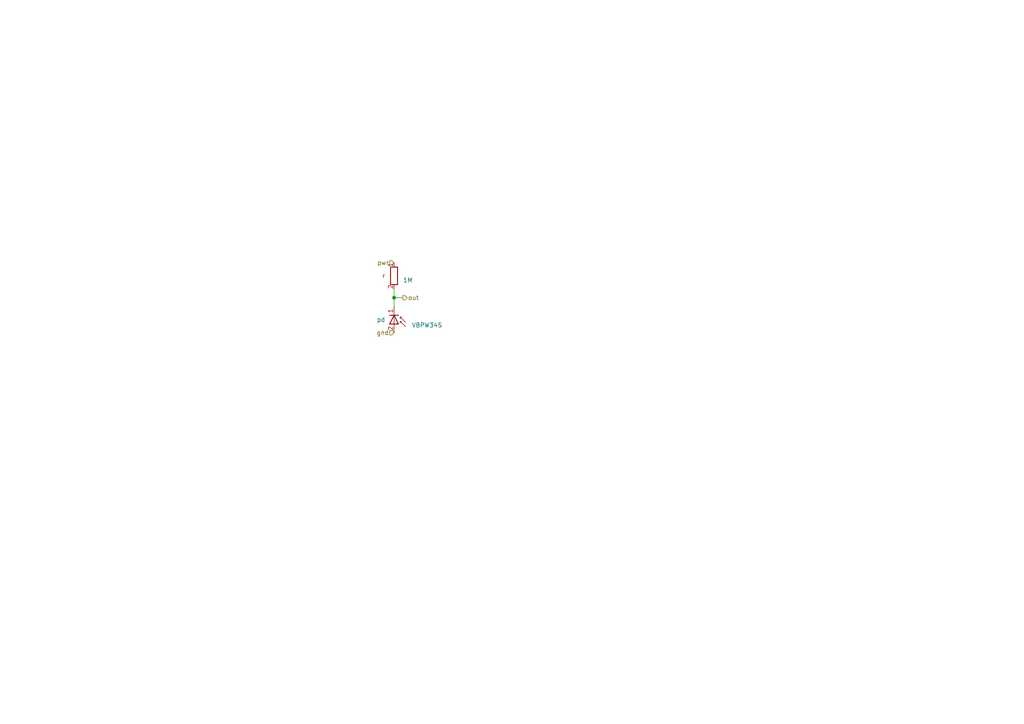
<source format=kicad_sch>
(kicad_sch (version 20230121) (generator eeschema)
  (paper "A4")
  (lib_symbols
    (symbol "Device:D_Photo" (pin_names hide)
      (property "Reference" "D" (at 0.508 1.778 0))
      (property "Value" "D_Photo" (at -1.016 -2.794 0))
      (symbol "D_Photo_0_1"
        (polyline (pts (xy -2.54 1.27) (xy -2.54 -1.27)) (stroke (width 0.254)))
        (polyline (pts (xy -2.032 1.778) (xy -1.524 1.778)))
        (polyline (pts (xy 0 0) (xy -2.54 0)))
        (polyline (pts (xy -0.508 3.302) (xy -2.032 1.778) (xy -2.032 2.286)))
        (polyline (pts (xy 0 -1.27) (xy 0 1.27) (xy -2.54 0) (xy 0 -1.27)) (stroke (width 0.254)))
        (polyline (pts (xy 0.762 3.302) (xy -0.762 1.778) (xy -0.762 2.286) (xy -0.762 1.778) (xy -0.254 1.778)))
      )
      (symbol "D_Photo_1_1"
        (pin passive line (at -5.08 0 0) (length 2.54) (name "K") (number "1"))
        (pin passive line (at 2.54 0 180) (length 2.54) (name "A") (number "2"))
      )
    )
    (symbol "Device:R" (pin_names (offset 0))
      (property "Reference" "R" (at 2.032 0 90))
      (property "Value" "R" (at 0 0 90))
      (symbol "R_0_1"
        (rectangle (start -1.016 -2.54) (end 1.016 2.54) (stroke (width 0.254)))
      )
      (symbol "R_1_1"
        (pin passive line (at 0 3.81 270) (length 1.27) (name "~") (number "1"))
        (pin passive line (at 0 -3.81 90) (length 1.27) (name "~") (number "2"))
      )
    )
  )
  (junction (at 114.3 86.36))
  (wire (pts (xy 114.3 86.36) (xy 116.84 86.36)))
  (wire (pts (xy 114.3 83.82) (xy 114.3 86.36)))
  (wire (pts (xy 114.3 86.36) (xy 114.3 88.9)))
  (hierarchical_label "pwr" (shape input) (at 114.3 76.2 180))
  (hierarchical_label "gnd" (shape input) (at 114.3 96.52 180))
  (hierarchical_label "out" (shape output) (at 116.84 86.36 0))
  (symbol (lib_id "Device:D_Photo") (at 114.3 93.98 270) (unit 1)
    (property "Reference" "pd" (at 111.76 92.71 90) (effects (justify right)))
    (property "Value" "VBPW34S" (at 119.38 94.2974 90) (effects (justify left)))
    (property "Footprint" "OptoDevice:Osram_BPW34S-SMD" (effects hide))
    (property "Datasheet" "https://www.vishay.com/docs/81128/vbpw34s.pdf" (effects hide))
    (property "Refdes Prefix" "D" (effects hide))
    (property "JLCPCB Part #" "C145262" (effects hide))
    (property "edg_blackbox" "KiCadJlcBlackbox" (effects hide))
  )
  (symbol (lib_id "Device:R") (at 114.3 80.01 0) (unit 1)
    (property "Reference" "r" (at 111.76 80.01 0) (effects (justify right)))
    (property "Value" "1M" (at 116.84 81.2799 0) (effects (justify left)))
  )
)
</source>
